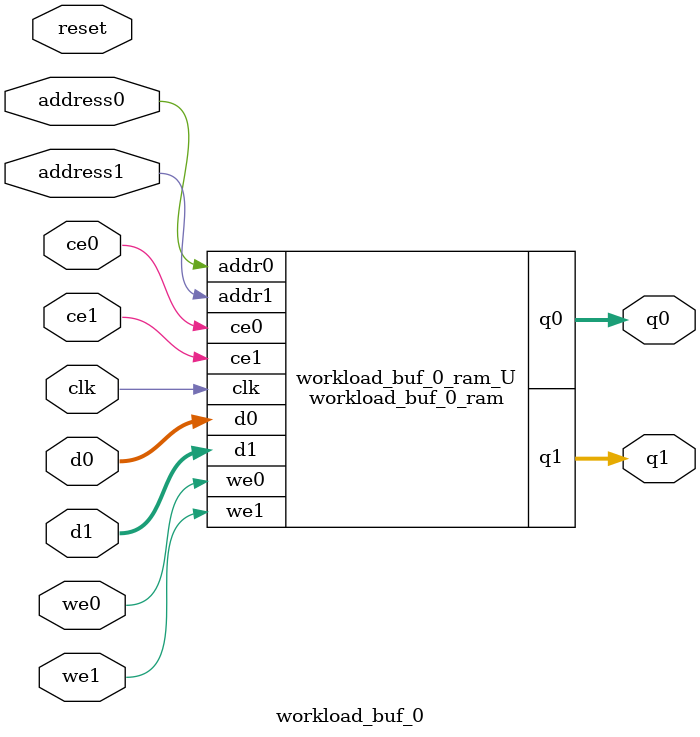
<source format=v>
`timescale 1 ns / 1 ps
module workload_buf_0_ram (addr0, ce0, d0, we0, q0, addr1, ce1, d1, we1, q1,  clk);

parameter DWIDTH = 8;
parameter AWIDTH = 1;
parameter MEM_SIZE = 2;

input[AWIDTH-1:0] addr0;
input ce0;
input[DWIDTH-1:0] d0;
input we0;
output reg[DWIDTH-1:0] q0;
input[AWIDTH-1:0] addr1;
input ce1;
input[DWIDTH-1:0] d1;
input we1;
output reg[DWIDTH-1:0] q1;
input clk;

(* ram_style = "block" *)reg [DWIDTH-1:0] ram[0:MEM_SIZE-1];




always @(posedge clk)  
begin 
    if (ce0) 
    begin
        if (we0) 
        begin 
            ram[addr0] <= d0; 
        end 
        q0 <= ram[addr0];
    end
end


always @(posedge clk)  
begin 
    if (ce1) 
    begin
        if (we1) 
        begin 
            ram[addr1] <= d1; 
        end 
        q1 <= ram[addr1];
    end
end


endmodule

`timescale 1 ns / 1 ps
module workload_buf_0(
    reset,
    clk,
    address0,
    ce0,
    we0,
    d0,
    q0,
    address1,
    ce1,
    we1,
    d1,
    q1);

parameter DataWidth = 32'd8;
parameter AddressRange = 32'd2;
parameter AddressWidth = 32'd1;
input reset;
input clk;
input[AddressWidth - 1:0] address0;
input ce0;
input we0;
input[DataWidth - 1:0] d0;
output[DataWidth - 1:0] q0;
input[AddressWidth - 1:0] address1;
input ce1;
input we1;
input[DataWidth - 1:0] d1;
output[DataWidth - 1:0] q1;



workload_buf_0_ram workload_buf_0_ram_U(
    .clk( clk ),
    .addr0( address0 ),
    .ce0( ce0 ),
    .we0( we0 ),
    .d0( d0 ),
    .q0( q0 ),
    .addr1( address1 ),
    .ce1( ce1 ),
    .we1( we1 ),
    .d1( d1 ),
    .q1( q1 ));

endmodule


</source>
